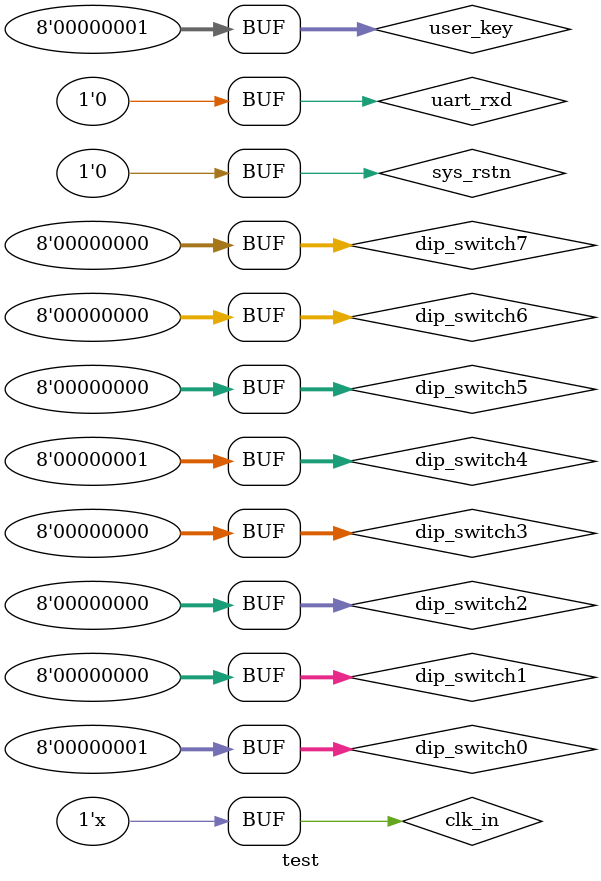
<source format=v>
`timescale 1ns / 1ps


module test;

	// Inputs
	reg clk_in;
	reg sys_rstn;
	reg [7:0] dip_switch0;
	reg [7:0] dip_switch1;
	reg [7:0] dip_switch2;
	reg [7:0] dip_switch3;
	reg [7:0] dip_switch4;
	reg [7:0] dip_switch5;
	reg [7:0] dip_switch6;
	reg [7:0] dip_switch7;
	reg [7:0] user_key;
	reg uart_rxd;

	// Outputs
	wire [3:0] digital_tube_sel0;
	wire [3:0] digital_tube_sel1;
	wire digital_tube_sel2;
	wire [7:0] digital_tube0;
	wire [7:0] digital_tube1;
	wire [7:0] digital_tube2;
	wire [31:0] led_light;
	wire uart_txd;

	// Instantiate the Unit Under Test (UUT)
	mips uut (
		.clk_in(clk_in), 
		.sys_rstn(sys_rstn), 
		.digital_tube_sel0(digital_tube_sel0), 
		.digital_tube_sel1(digital_tube_sel1), 
		.digital_tube_sel2(digital_tube_sel2), 
		.digital_tube0(digital_tube0), 
		.digital_tube1(digital_tube1), 
		.digital_tube2(digital_tube2), 
		.led_light(led_light), 
		.dip_switch0(dip_switch0), 
		.dip_switch1(dip_switch1), 
		.dip_switch2(dip_switch2), 
		.dip_switch3(dip_switch3), 
		.dip_switch4(dip_switch4), 
		.dip_switch5(dip_switch5), 
		.dip_switch6(dip_switch6), 
		.dip_switch7(dip_switch7), 
		.user_key(user_key), 
		.uart_rxd(uart_rxd), 
		.uart_txd(uart_txd)
	);

	initial begin
		// Initialize Inputs
		clk_in = 0;
		sys_rstn = 1;
		{dip_switch3, dip_switch2, dip_switch1, dip_switch0} = 32'd1;
		{dip_switch7, dip_switch6, dip_switch5, dip_switch4} = 32'd1;
		user_key = 8'b0000_0000;
		uart_rxd = 0;

		// Wait 100 ns for global reset to finish
		#200 sys_rstn = 0;
		#200 user_key = 8'b0000_0001;
        
		// Add stimulus here

	end
	
	always @(*) begin
		if(uut.CPU.ID_UNIT.myGRF.WE)
			$display("@%h:%d <= %h",uut.CPU.WB_UNIT.PC8_WB-32'd8, uut.CPU.ID_UNIT.myGRF.A3, uut.CPU.ID_UNIT.myGRF.WD);
	end
	
	always #50 clk_in = ~clk_in;
      
endmodule


</source>
